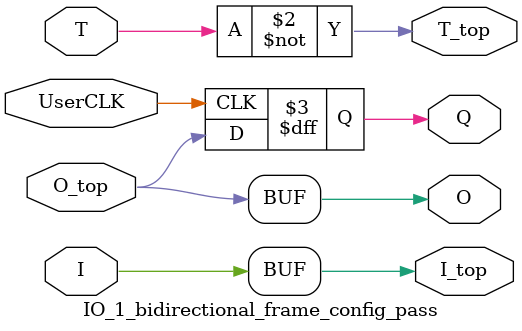
<source format=v>
`timescale 1ns/1ps

//Library UNISIM;
//use UNISIM.vcomponents.all;

///	sta-blackbox
module IO_1_bidirectional_frame_config_pass (I, T, O, Q, I_top, T_top, O_top, UserCLK);//, ConfigBits);
	//parameter NoConfigBits = 0; // has to be adjusted manually (we don't use an arithmetic parser for the value)
	// Pin0
	input I; // from fabric to external pin
	input T; // tristate control
	output O; // from external pin to fabric
	output Q; // from external pin to fabric (registered)
	(* FABulous, EXTERNAL *) output I_top; // EXTERNAL has to ge to top-level entity not the switch matrix
	(* FABulous, EXTERNAL *) output T_top; // EXTERNAL has to ge to top-level entity not the switch matrix
	(* FABulous, EXTERNAL *) input O_top; // EXTERNAL has to ge to top-level entity not the switch matrix
	// Tile IO ports from BELs
	(* FABulous, EXTERNAL, SHARED_PORT *) input UserCLK; // EXTERNAL // SHARED_PORT // ## the EXTERNAL keyword will send this signal all the way to top and the //SHARED Allows multiple BELs using the same port (e.g. for exporting a clock to the top)
	// GLOBAL all primitive pins that are connected to the switch matrix have to go before the GLOBAL label
	(* FABulous, GLOBAL *)
//                        _____
//    I////-T_DRIVER////->|PAD|//+//////-> O
//              |         ////-  |
//    T////////-+                +//>FF//> Q

// I am instantiating an IOBUF primitive.
// However, it is possible to connect corresponding pins all the way to top, just by adding an "// EXTERNAL" comment (see PAD in the entity)
	reg Q;
// wire fromPad;
// Slice outputs
	assign O = O_top;

	always @ (posedge UserCLK)
	begin
		Q <= O_top;
	end

	assign I_top = I;
	assign T_top = ~T;

// IOBUF IOBUF_inst0(
// .O(fromPad), // 1-bit output: Buffer output
// .I(I), // 1-bit input: Buffer input
// .IO(PAD), // 1-bit inout: Buffer inout (connect directly to top-level port)
// .T(T) // 1-bit input: 3-state enable input
// );

endmodule

</source>
